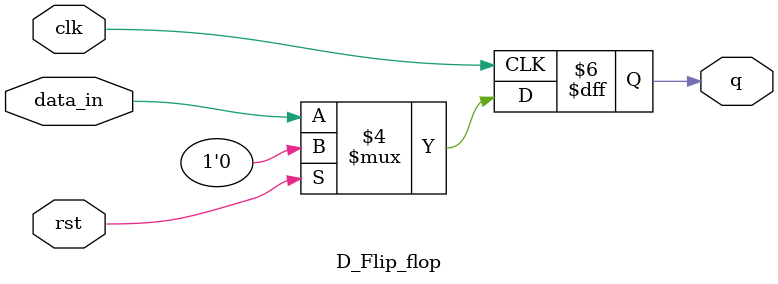
<source format=sv>
module D_Flip_flop ( q, data_in, clk, rst );
  input data_in, clk, rst;
  output reg q;
  always @ ( posedge clk )
    begin
      if (rst == 1)
        q = 0;
      else
        q = data_in;
    end
endmodule
</source>
